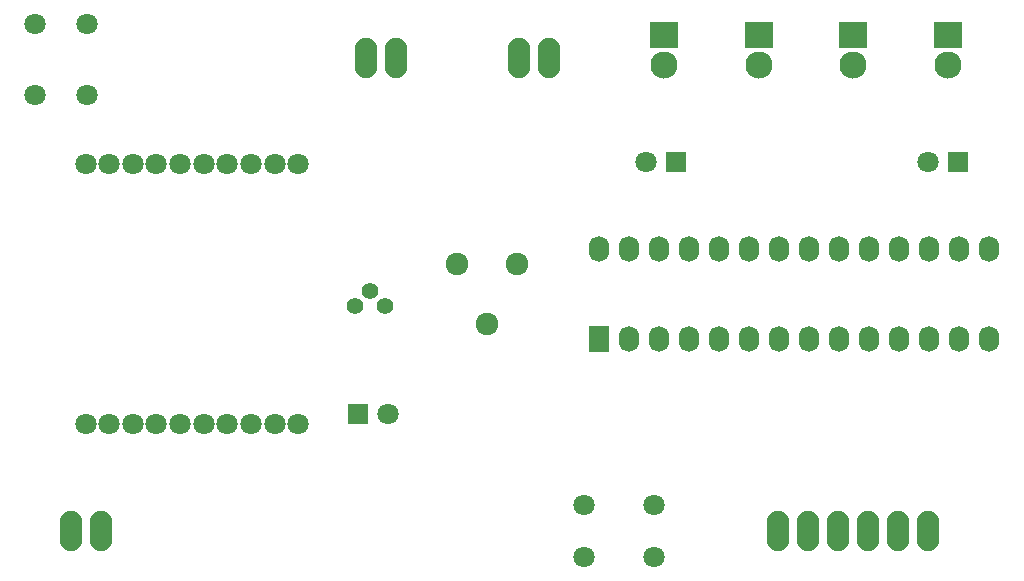
<source format=gbr>
G04 #@! TF.FileFunction,Soldermask,Bot*
%FSLAX46Y46*%
G04 Gerber Fmt 4.6, Leading zero omitted, Abs format (unit mm)*
G04 Created by KiCad (PCBNEW 4.0.5-e0-6337~49~ubuntu14.04.1) date Tue Jan 31 14:11:35 2017*
%MOMM*%
%LPD*%
G01*
G04 APERTURE LIST*
%ADD10C,0.100000*%
%ADD11O,1.906220X3.414980*%
%ADD12R,2.400000X2.300000*%
%ADD13C,2.300000*%
%ADD14C,1.924000*%
%ADD15C,1.797000*%
%ADD16R,1.797000X1.797000*%
%ADD17C,1.800000*%
%ADD18R,1.700000X2.178000*%
%ADD19O,1.700000X2.178000*%
%ADD20C,1.400760*%
G04 APERTURE END LIST*
D10*
D11*
X86270000Y-55000000D03*
X83730000Y-55000000D03*
D12*
X117000000Y-53000000D03*
D13*
X117000000Y-55540000D03*
D12*
X133000000Y-53000000D03*
D13*
X133000000Y-55540000D03*
D12*
X125000000Y-53000000D03*
D13*
X125000000Y-55540000D03*
D12*
X109000000Y-53000000D03*
D13*
X109000000Y-55540000D03*
D11*
X131350000Y-95000000D03*
X128810000Y-95000000D03*
X126270000Y-95000000D03*
X123730000Y-95000000D03*
X121190000Y-95000000D03*
X118650000Y-95000000D03*
X58730000Y-95000000D03*
X61270000Y-95000000D03*
X99270000Y-55000000D03*
X96730000Y-55000000D03*
D14*
X96520000Y-72390000D03*
X93980000Y-77470000D03*
X91440000Y-72390000D03*
D15*
X60112000Y-58118000D03*
X55712000Y-58118000D03*
X60112000Y-52118000D03*
X55712000Y-52118000D03*
D16*
X83058000Y-85090000D03*
D15*
X85598000Y-85090000D03*
D17*
X60000000Y-63999260D03*
X68001000Y-63999260D03*
X71998960Y-63999260D03*
X69999980Y-63999260D03*
X64000500Y-63999260D03*
X65999480Y-63999260D03*
X61998980Y-63999260D03*
X75999460Y-63999260D03*
X78000980Y-63999260D03*
X74000480Y-63999260D03*
X74000480Y-86000740D03*
X78000980Y-86000740D03*
X75999460Y-86000740D03*
X61998980Y-86000740D03*
X65999480Y-86000740D03*
X64000500Y-86000740D03*
X69999980Y-86000740D03*
X71998960Y-86000740D03*
X68001000Y-86000740D03*
X60000000Y-86000740D03*
D18*
X103490000Y-78810000D03*
D19*
X106030000Y-78810000D03*
X108570000Y-78810000D03*
X111110000Y-78810000D03*
X113650000Y-78810000D03*
X116190000Y-78810000D03*
X118730000Y-78810000D03*
X121270000Y-78810000D03*
X123810000Y-78810000D03*
X126350000Y-78810000D03*
X128890000Y-78810000D03*
X131430000Y-78810000D03*
X133970000Y-78810000D03*
X136510000Y-78810000D03*
X136510000Y-71190000D03*
X133970000Y-71190000D03*
X131430000Y-71190000D03*
X128890000Y-71190000D03*
X126350000Y-71190000D03*
X123810000Y-71190000D03*
X121270000Y-71190000D03*
X118730000Y-71190000D03*
X116190000Y-71190000D03*
X113650000Y-71190000D03*
X111110000Y-71190000D03*
X108570000Y-71190000D03*
X106030000Y-71190000D03*
X103490000Y-71190000D03*
D20*
X84074000Y-74676000D03*
X85344000Y-75946000D03*
X82804000Y-75946000D03*
D16*
X133858000Y-63754000D03*
D15*
X131318000Y-63754000D03*
D16*
X109982000Y-63754000D03*
D15*
X107442000Y-63754000D03*
X108156000Y-92796000D03*
X108156000Y-97196000D03*
X102156000Y-92796000D03*
X102156000Y-97196000D03*
M02*

</source>
